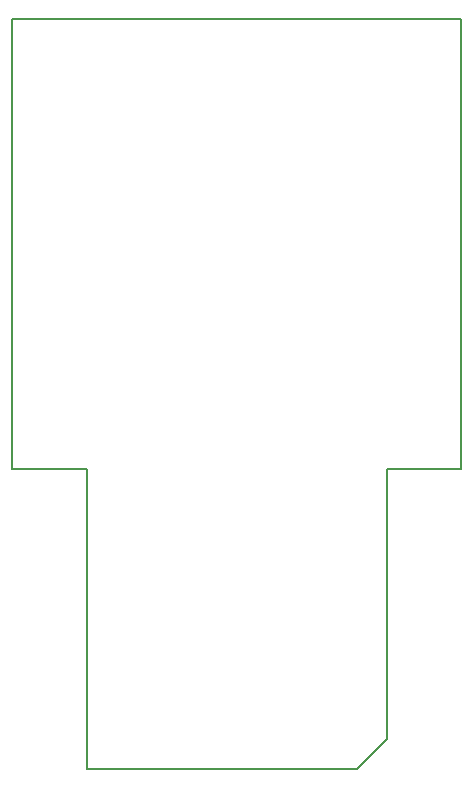
<source format=gko>
G04 Layer_Color=16711935*
%FSLAX25Y25*%
%MOIN*%
G70*
G01*
G75*
%ADD37C,0.00600*%
D37*
X-50000Y0D02*
Y100000D01*
X-74803D02*
X-50000D01*
X-74803D02*
Y250000D01*
X74803D01*
Y100000D02*
Y250000D01*
X50000Y100000D02*
X74803D01*
X50000Y10000D02*
Y100000D01*
X40000Y0D02*
X50000Y10000D01*
X-50000Y0D02*
X40000D01*
M02*

</source>
